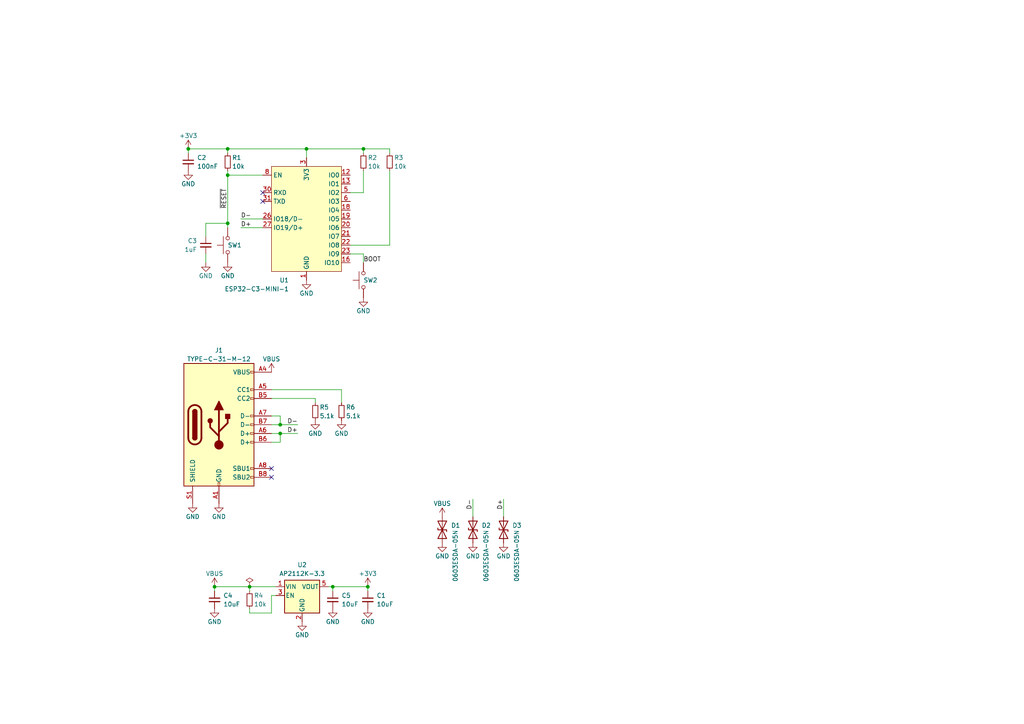
<source format=kicad_sch>
(kicad_sch (version 20211123) (generator eeschema)
  (paper "A4")
  (lib_symbols
    (symbol "Connector:USB_C_Receptacle_USB2.0" (pin_names (offset 1.016))
      (property "Reference" "J" (at -10.16 19.05 0))
      (property "Value" "USB_C_Receptacle_USB2.0" (at 19.05 19.05 0))
      (symbol "USB_C_Receptacle_USB2.0_0_0"
        (rectangle (start -0.254 -17.78) (end 0.254 -16.764))
        (rectangle (start 10.16 -14.986) (end 9.144 -15.494))
        (rectangle (start 10.16 -12.446) (end 9.144 -12.954))
        (rectangle (start 10.16 -4.826) (end 9.144 -5.334))
        (rectangle (start 10.16 -2.286) (end 9.144 -2.794))
        (rectangle (start 10.16 0.254) (end 9.144 -0.254))
        (rectangle (start 10.16 2.794) (end 9.144 2.286))
        (rectangle (start 10.16 7.874) (end 9.144 7.366))
        (rectangle (start 10.16 10.414) (end 9.144 9.906))
        (rectangle (start 10.16 15.494) (end 9.144 14.986))
      )
      (symbol "USB_C_Receptacle_USB2.0_0_1"
        (rectangle (start -10.16 17.78) (end 10.16 -17.78) (stroke (width 0.254)) (fill (type background)))
        (arc (start -8.89 -3.81) (mid -6.985 -5.715) (end -5.08 -3.81) (stroke (width 0.508)))
        (arc (start -7.62 -3.81) (mid -6.985 -4.445) (end -6.35 -3.81) (stroke (width 0.254)))
        (arc (start -7.62 -3.81) (mid -6.985 -4.445) (end -6.35 -3.81) (stroke (width 0.254)) (fill (type outline)))
        (rectangle (start -7.62 -3.81) (end -6.35 3.81) (stroke (width 0.254)) (fill (type outline)))
        (arc (start -6.35 3.81) (mid -6.985 4.445) (end -7.62 3.81) (stroke (width 0.254)))
        (arc (start -6.35 3.81) (mid -6.985 4.445) (end -7.62 3.81) (stroke (width 0.254)) (fill (type outline)))
        (arc (start -5.08 3.81) (mid -6.985 5.715) (end -8.89 3.81) (stroke (width 0.508)))
        (circle (center -2.54 1.143) (radius 0.635) (stroke (width 0.254)) (fill (type outline)))
        (circle (center 0 -5.842) (radius 1.27) (fill (type outline)))
        (polyline (pts (xy -8.89 -3.81) (xy -8.89 3.81)) (stroke (width 0.508)))
        (polyline (pts (xy -5.08 3.81) (xy -5.08 -3.81)) (stroke (width 0.508)))
        (polyline (pts (xy 0 -5.842) (xy 0 4.318)) (stroke (width 0.508)))
        (polyline (pts (xy 0 -3.302) (xy -2.54 -0.762) (xy -2.54 0.508)) (stroke (width 0.508)))
        (polyline (pts (xy 0 -2.032) (xy 2.54 0.508) (xy 2.54 1.778)) (stroke (width 0.508)))
        (polyline (pts (xy -1.27 4.318) (xy 0 6.858) (xy 1.27 4.318) (xy -1.27 4.318)) (stroke (width 0.254)) (fill (type outline)))
        (rectangle (start 1.905 1.778) (end 3.175 3.048) (stroke (width 0.254)) (fill (type outline)))
      )
      (symbol "USB_C_Receptacle_USB2.0_1_1"
        (pin passive line (at 0 -22.86 90) (length 5.08) (name "GND") (number "A1"))
        (pin passive line (at 0 -22.86 90) (length 5.08) hide (name "GND") (number "A12"))
        (pin passive line (at 15.24 15.24 180) (length 5.08) (name "VBUS") (number "A4"))
        (pin bidirectional line (at 15.24 10.16 180) (length 5.08) (name "CC1") (number "A5"))
        (pin bidirectional line (at 15.24 -2.54 180) (length 5.08) (name "D+") (number "A6"))
        (pin bidirectional line (at 15.24 2.54 180) (length 5.08) (name "D-") (number "A7"))
        (pin bidirectional line (at 15.24 -12.7 180) (length 5.08) (name "SBU1") (number "A8"))
        (pin passive line (at 15.24 15.24 180) (length 5.08) hide (name "VBUS") (number "A9"))
        (pin passive line (at 0 -22.86 90) (length 5.08) hide (name "GND") (number "B1"))
        (pin passive line (at 0 -22.86 90) (length 5.08) hide (name "GND") (number "B12"))
        (pin passive line (at 15.24 15.24 180) (length 5.08) hide (name "VBUS") (number "B4"))
        (pin bidirectional line (at 15.24 7.62 180) (length 5.08) (name "CC2") (number "B5"))
        (pin bidirectional line (at 15.24 -5.08 180) (length 5.08) (name "D+") (number "B6"))
        (pin bidirectional line (at 15.24 0 180) (length 5.08) (name "D-") (number "B7"))
        (pin bidirectional line (at 15.24 -15.24 180) (length 5.08) (name "SBU2") (number "B8"))
        (pin passive line (at 15.24 15.24 180) (length 5.08) hide (name "VBUS") (number "B9"))
        (pin passive line (at -7.62 -22.86 90) (length 5.08) (name "SHIELD") (number "S1"))
      )
    )
    (symbol "Device:C_Small" (pin_numbers hide) (pin_names (offset 0.254) hide)
      (property "Reference" "C" (at 0.254 1.778 0))
      (property "Value" "C_Small" (at 0.254 -2.032 0))
      (symbol "C_Small_0_1"
        (polyline (pts (xy -1.524 -0.508) (xy 1.524 -0.508)) (stroke (width 0.3302)))
        (polyline (pts (xy -1.524 0.508) (xy 1.524 0.508)) (stroke (width 0.3048)))
      )
      (symbol "C_Small_1_1"
        (pin passive line (at 0 2.54 270) (length 2.032) (name "~") (number "1"))
        (pin passive line (at 0 -2.54 90) (length 2.032) (name "~") (number "2"))
      )
    )
    (symbol "Device:D_TVS" (pin_numbers hide) (pin_names (offset 1.016) hide)
      (property "Reference" "D" (at 0 2.54 0))
      (property "Value" "D_TVS" (at 0 -2.54 0))
      (symbol "D_TVS_0_1"
        (polyline (pts (xy 1.27 0) (xy -1.27 0)))
        (polyline (pts (xy 0.508 1.27) (xy 0 1.27) (xy 0 -1.27) (xy -0.508 -1.27)) (stroke (width 0.254)))
        (polyline (pts (xy -2.54 1.27) (xy -2.54 -1.27) (xy 2.54 1.27) (xy 2.54 -1.27) (xy -2.54 1.27)) (stroke (width 0.254)))
      )
      (symbol "D_TVS_1_1"
        (pin passive line (at -3.81 0 0) (length 2.54) (name "A1") (number "1"))
        (pin passive line (at 3.81 0 180) (length 2.54) (name "A2") (number "2"))
      )
    )
    (symbol "Device:R_Small" (pin_numbers hide) (pin_names (offset 0.254) hide)
      (property "Reference" "R" (at 0.762 0.508 0))
      (property "Value" "R_Small" (at 0.762 -1.016 0))
      (symbol "R_Small_0_1"
        (rectangle (start -0.762 1.778) (end 0.762 -1.778) (stroke (width 0.2032)))
      )
      (symbol "R_Small_1_1"
        (pin passive line (at 0 2.54 270) (length 0.762) (name "~") (number "1"))
        (pin passive line (at 0 -2.54 90) (length 0.762) (name "~") (number "2"))
      )
    )
    (symbol "Regulator_Linear:AP2112K-3.3" (pin_names (offset 0.254))
      (property "Reference" "U" (at -5.08 5.715 0))
      (property "Value" "AP2112K-3.3" (at 0 5.715 0))
      (symbol "AP2112K-3.3_0_1"
        (rectangle (start -5.08 4.445) (end 5.08 -5.08) (stroke (width 0.254)) (fill (type background)))
      )
      (symbol "AP2112K-3.3_1_1"
        (pin power_in line (at -7.62 2.54 0) (length 2.54) (name "VIN") (number "1"))
        (pin power_in line (at 0 -7.62 90) (length 2.54) (name "GND") (number "2"))
        (pin input line (at -7.62 0 0) (length 2.54) (name "EN") (number "3"))
        (pin no_connect line (at 5.08 0 180) (length 2.54) hide (name "NC") (number "4"))
        (pin power_out line (at 7.62 2.54 180) (length 2.54) (name "VOUT") (number "5"))
      )
    )
    (symbol "Switch:SW_Push" (pin_numbers hide) (pin_names (offset 1.016) hide)
      (property "Reference" "SW" (at 1.27 2.54 0))
      (property "Value" "SW_Push" (at 0 -1.524 0))
      (symbol "SW_Push_0_1"
        (circle (center -2.032 0) (radius 0.508))
        (polyline (pts (xy 0 1.27) (xy 0 3.048)))
        (polyline (pts (xy 2.54 1.27) (xy -2.54 1.27)))
        (circle (center 2.032 0) (radius 0.508))
        (pin passive line (at -5.08 0 0) (length 2.54) (name "1") (number "1"))
        (pin passive line (at 5.08 0 180) (length 2.54) (name "2") (number "2"))
      )
    )
    (symbol "plens-01:ESP32-C3-MINI-1"
      (property "Reference" "U" (at -8.89 16.51 0))
      (property "Value" "ESP32-C3-MINI-1" (at 1.27 16.51 0))
      (symbol "ESP32-C3-MINI-1_0_1"
        (rectangle (start -10.16 15.24) (end 10.16 -15.24) (fill (type background)))
      )
      (symbol "ESP32-C3-MINI-1_1_1"
        (pin power_in line (at 0 -17.78 90) (length 2.54) (name "GND") (number "1"))
        (pin no_connect line (at -5.08 -17.78 90) (length 2.54) hide (name "NC") (number "10"))
        (pin power_in line (at 0 -17.78 90) (length 2.54) hide (name "GND") (number "11"))
        (pin bidirectional line (at 12.7 12.7 180) (length 2.54) (name "IO0") (number "12"))
        (pin bidirectional line (at 12.7 10.16 180) (length 2.54) (name "IO1") (number "13"))
        (pin power_in line (at 0 -17.78 90) (length 2.54) hide (name "GND") (number "14"))
        (pin no_connect line (at -5.08 -17.78 90) (length 2.54) hide (name "NC") (number "15"))
        (pin bidirectional line (at 12.7 -12.7 180) (length 2.54) (name "IO10") (number "16"))
        (pin no_connect line (at -5.08 -17.78 90) (length 2.54) hide (name "NC") (number "17"))
        (pin bidirectional line (at 12.7 2.54 180) (length 2.54) (name "IO4") (number "18"))
        (pin bidirectional line (at 12.7 0 180) (length 2.54) (name "IO5") (number "19"))
        (pin power_in line (at 0 -17.78 90) (length 2.54) hide (name "GND") (number "2"))
        (pin bidirectional line (at 12.7 -2.54 180) (length 2.54) (name "IO6") (number "20"))
        (pin bidirectional line (at 12.7 -5.08 180) (length 2.54) (name "IO7") (number "21"))
        (pin bidirectional line (at 12.7 -7.62 180) (length 2.54) (name "IO8") (number "22"))
        (pin bidirectional line (at 12.7 -10.16 180) (length 2.54) (name "IO9") (number "23"))
        (pin no_connect line (at -5.08 -17.78 90) (length 2.54) hide (name "NC") (number "24"))
        (pin no_connect line (at -5.08 -17.78 90) (length 2.54) hide (name "NC") (number "25"))
        (pin bidirectional line (at -12.7 0 0) (length 2.54) (name "IO18/D-") (number "26"))
        (pin bidirectional line (at -12.7 -2.54 0) (length 2.54) (name "IO19/D+") (number "27"))
        (pin no_connect line (at -5.08 -17.78 90) (length 2.54) hide (name "NC") (number "28"))
        (pin no_connect line (at -5.08 -17.78 90) (length 2.54) hide (name "NC") (number "29"))
        (pin power_in line (at 0 17.78 270) (length 2.54) (name "3V3") (number "3"))
        (pin bidirectional line (at -12.7 7.62 0) (length 2.54) (name "RXD") (number "30"))
        (pin bidirectional line (at -12.7 5.08 0) (length 2.54) (name "TXD") (number "31"))
        (pin no_connect line (at -5.08 -17.78 90) (length 2.54) hide (name "NC") (number "32"))
        (pin no_connect line (at -5.08 -17.78 90) (length 2.54) hide (name "NC") (number "33"))
        (pin no_connect line (at -5.08 -17.78 90) (length 2.54) hide (name "NC") (number "34"))
        (pin no_connect line (at -5.08 -17.78 90) (length 2.54) hide (name "NC") (number "35"))
        (pin power_in line (at 0 -17.78 90) (length 2.54) hide (name "GND") (number "36"))
        (pin power_in line (at 0 -17.78 90) (length 2.54) hide (name "GND") (number "37"))
        (pin power_in line (at 0 -17.78 90) (length 2.54) hide (name "GND") (number "38"))
        (pin power_in line (at 0 -17.78 90) (length 2.54) hide (name "GND") (number "39"))
        (pin no_connect line (at -5.08 -17.78 90) (length 2.54) hide (name "NC") (number "4"))
        (pin power_in line (at 0 -17.78 90) (length 2.54) hide (name "GND") (number "40"))
        (pin power_in line (at 0 -17.78 90) (length 2.54) hide (name "GND") (number "41"))
        (pin power_in line (at 0 -17.78 90) (length 2.54) hide (name "GND") (number "42"))
        (pin power_in line (at 0 -17.78 90) (length 2.54) hide (name "GND") (number "43"))
        (pin power_in line (at 0 -17.78 90) (length 2.54) hide (name "GND") (number "44"))
        (pin power_in line (at 0 -17.78 90) (length 2.54) hide (name "GND") (number "45"))
        (pin power_in line (at 0 -17.78 90) (length 2.54) hide (name "GND") (number "46"))
        (pin power_in line (at 0 -17.78 90) (length 2.54) hide (name "GND") (number "47"))
        (pin power_in line (at 0 -17.78 90) (length 2.54) hide (name "GND") (number "48"))
        (pin power_in line (at 0 -17.78 90) (length 2.54) hide (name "GND") (number "49"))
        (pin bidirectional line (at 12.7 7.62 180) (length 2.54) (name "IO2") (number "5"))
        (pin power_in line (at 0 -17.78 90) (length 2.54) hide (name "GND") (number "50"))
        (pin power_in line (at 0 -17.78 90) (length 2.54) hide (name "GND") (number "51"))
        (pin power_in line (at 0 -17.78 90) (length 2.54) hide (name "GND") (number "52"))
        (pin power_in line (at 0 -17.78 90) (length 2.54) hide (name "GND") (number "53"))
        (pin bidirectional line (at 12.7 5.08 180) (length 2.54) (name "IO3") (number "6"))
        (pin no_connect line (at -5.08 -17.78 90) (length 2.54) hide (name "NC") (number "7"))
        (pin input line (at -12.7 12.7 0) (length 2.54) (name "EN") (number "8"))
        (pin no_connect line (at -5.08 -17.78 90) (length 2.54) hide (name "NC") (number "9"))
      )
    )
    (symbol "power:+3.3V" (power) (pin_names (offset 0))
      (property "Value" "+3.3V" (at 0 3.556 0))
      (symbol "+3.3V_0_1"
        (polyline (pts (xy -0.762 1.27) (xy 0 2.54)))
        (polyline (pts (xy 0 0) (xy 0 2.54)))
        (polyline (pts (xy 0 2.54) (xy 0.762 1.27)))
      )
      (symbol "+3.3V_1_1"
        (pin power_in line (at 0 0 90) (length 0) hide (name "+3V3") (number "1"))
      )
    )
    (symbol "power:GND" (power) (pin_names (offset 0))
      (property "Value" "GND" (at 0 -3.81 0))
      (symbol "GND_0_1"
        (polyline (pts (xy 0 0) (xy 0 -1.27) (xy 1.27 -1.27) (xy 0 -2.54) (xy -1.27 -1.27) (xy 0 -1.27)))
      )
      (symbol "GND_1_1"
        (pin power_in line (at 0 0 270) (length 0) hide (name "GND") (number "1"))
      )
    )
    (symbol "power:PWR_FLAG" (power) (pin_numbers hide) (pin_names (offset 0) hide)
      (property "Value" "PWR_FLAG" (at 0 3.81 0))
      (symbol "PWR_FLAG_0_0"
        (pin power_out line (at 0 0 90) (length 0) (name "pwr") (number "1"))
      )
      (symbol "PWR_FLAG_0_1"
        (polyline (pts (xy 0 0) (xy 0 1.27) (xy -1.016 1.905) (xy 0 2.54) (xy 1.016 1.905) (xy 0 1.27)))
      )
    )
    (symbol "power:VBUS" (power) (pin_names (offset 0))
      (property "Value" "VBUS" (at 0 3.81 0))
      (symbol "VBUS_0_1"
        (polyline (pts (xy -0.762 1.27) (xy 0 2.54)))
        (polyline (pts (xy 0 0) (xy 0 2.54)))
        (polyline (pts (xy 0 2.54) (xy 0.762 1.27)))
      )
      (symbol "VBUS_1_1"
        (pin power_in line (at 0 0 90) (length 0) hide (name "VBUS") (number "1"))
      )
    )
  )
  (junction (at 66.04 43.18))
  (junction (at 54.61 43.18))
  (junction (at 66.04 50.8))
  (junction (at 96.52 170.18))
  (junction (at 106.68 170.18))
  (junction (at 105.41 43.18))
  (junction (at 81.28 123.19))
  (junction (at 88.9 43.18))
  (junction (at 72.39 170.18))
  (junction (at 81.28 125.73))
  (junction (at 66.04 64.77))
  (junction (at 62.23 170.18))
  (no_connect (at 78.74 135.89))
  (no_connect (at 76.2 58.42))
  (no_connect (at 78.74 138.43))
  (no_connect (at 76.2 55.88))
  (wire (pts (xy 66.04 49.53) (xy 66.04 50.8)))
  (wire (pts (xy 72.39 170.18) (xy 80.01 170.18)))
  (wire (pts (xy 91.44 115.57) (xy 91.44 116.84)))
  (wire (pts (xy 69.85 63.5) (xy 76.2 63.5)))
  (wire (pts (xy 59.69 64.77) (xy 66.04 64.77)))
  (wire (pts (xy 78.74 120.65) (xy 81.28 120.65)))
  (wire (pts (xy 105.41 49.53) (xy 105.41 55.88)))
  (wire (pts (xy 99.06 113.03) (xy 99.06 116.84)))
  (wire (pts (xy 81.28 120.65) (xy 81.28 123.19)))
  (wire (pts (xy 78.74 113.03) (xy 99.06 113.03)))
  (wire (pts (xy 66.04 43.18) (xy 88.9 43.18)))
  (wire (pts (xy 88.9 43.18) (xy 88.9 45.72)))
  (wire (pts (xy 59.69 76.2) (xy 59.69 73.66)))
  (wire (pts (xy 105.41 55.88) (xy 101.6 55.88)))
  (wire (pts (xy 113.03 43.18) (xy 105.41 43.18)))
  (wire (pts (xy 81.28 125.73) (xy 86.36 125.73)))
  (wire (pts (xy 96.52 170.18) (xy 96.52 171.45)))
  (wire (pts (xy 96.52 170.18) (xy 106.68 170.18)))
  (wire (pts (xy 78.74 128.27) (xy 81.28 128.27)))
  (wire (pts (xy 81.28 123.19) (xy 86.36 123.19)))
  (wire (pts (xy 72.39 176.53) (xy 72.39 177.8)))
  (wire (pts (xy 66.04 44.45) (xy 66.04 43.18)))
  (wire (pts (xy 78.74 125.73) (xy 81.28 125.73)))
  (wire (pts (xy 105.41 44.45) (xy 105.41 43.18)))
  (wire (pts (xy 113.03 49.53) (xy 113.03 71.12)))
  (wire (pts (xy 146.05 144.78) (xy 146.05 149.86)))
  (wire (pts (xy 72.39 170.18) (xy 72.39 171.45)))
  (wire (pts (xy 72.39 177.8) (xy 78.74 177.8)))
  (wire (pts (xy 66.04 50.8) (xy 66.04 64.77)))
  (wire (pts (xy 62.23 171.45) (xy 62.23 170.18)))
  (wire (pts (xy 54.61 44.45) (xy 54.61 43.18)))
  (wire (pts (xy 106.68 170.18) (xy 106.68 171.45)))
  (wire (pts (xy 113.03 44.45) (xy 113.03 43.18)))
  (wire (pts (xy 62.23 170.18) (xy 72.39 170.18)))
  (wire (pts (xy 137.16 144.78) (xy 137.16 149.86)))
  (wire (pts (xy 105.41 73.66) (xy 105.41 76.2)))
  (wire (pts (xy 54.61 43.18) (xy 66.04 43.18)))
  (wire (pts (xy 101.6 73.66) (xy 105.41 73.66)))
  (wire (pts (xy 105.41 43.18) (xy 88.9 43.18)))
  (wire (pts (xy 78.74 177.8) (xy 78.74 172.72)))
  (wire (pts (xy 113.03 71.12) (xy 101.6 71.12)))
  (wire (pts (xy 69.85 66.04) (xy 76.2 66.04)))
  (wire (pts (xy 78.74 172.72) (xy 80.01 172.72)))
  (wire (pts (xy 95.25 170.18) (xy 96.52 170.18)))
  (wire (pts (xy 66.04 64.77) (xy 66.04 66.04)))
  (wire (pts (xy 66.04 50.8) (xy 76.2 50.8)))
  (wire (pts (xy 59.69 68.58) (xy 59.69 64.77)))
  (wire (pts (xy 78.74 123.19) (xy 81.28 123.19)))
  (wire (pts (xy 78.74 115.57) (xy 91.44 115.57)))
  (wire (pts (xy 81.28 125.73) (xy 81.28 128.27)))
  (label "~{RESET}" (at 66.04 54.61 270))
  (label "D-" (at 69.85 63.5 0))
  (label "BOOT" (at 105.41 76.2 0))
  (label "D-" (at 86.36 123.19 180))
  (label "D-" (at 137.16 144.78 270))
  (label "D+" (at 86.36 125.73 180))
  (label "D+" (at 69.85 66.04 0))
  (label "D+" (at 146.05 144.78 270))
  (symbol (lib_id "Device:R_Small") (at 91.44 119.38 0) (unit 1)
    (property "Reference" "R5" (at 92.71 118.11 0) (effects (justify left)))
    (property "Value" "5.1k" (at 92.71 120.65 0) (effects (justify left)))
    (property "Footprint" "Resistor_SMD:R_0603_1608Metric" (effects hide))
    (property "LCSC" "C23186" (effects hide))
  )
  (symbol (lib_id "Device:R_Small") (at 113.03 46.99 0) (unit 1)
    (property "Reference" "R3" (at 114.3 45.72 0) (effects (justify left)))
    (property "Value" "10k" (at 114.3 48.26 0) (effects (justify left)))
    (property "Footprint" "Resistor_SMD:R_0603_1608Metric" (effects hide))
    (property "LCSC" "C25804" (effects hide))
  )
  (symbol (lib_id "Device:R_Small") (at 72.39 173.99 0) (unit 1)
    (property "Reference" "R4" (at 73.66 172.72 0) (effects (justify left)))
    (property "Value" "10k" (at 73.66 175.26 0) (effects (justify left)))
    (property "Footprint" "Resistor_SMD:R_0603_1608Metric" (effects hide))
    (property "LCSC" "C25804" (effects hide))
  )
  (symbol (lib_id "Device:R_Small") (at 99.06 119.38 0) (unit 1)
    (property "Reference" "R6" (at 100.33 118.11 0) (effects (justify left)))
    (property "Value" "5.1k" (at 100.33 120.65 0) (effects (justify left)))
    (property "Footprint" "Resistor_SMD:R_0603_1608Metric" (effects hide))
    (property "LCSC" "C23186" (effects hide))
  )
  (symbol (lib_id "power:GND") (at 96.52 176.53 0) (unit 1)
    (property "Reference" "#PWR0120" (effects hide))
    (property "Value" "GND" (at 96.52 180.34 0))
  )
  (symbol (lib_id "power:GND") (at 63.5 146.05 0) (unit 1)
    (property "Reference" "#PWR0107" (effects hide))
    (property "Value" "GND" (at 63.5 149.86 0))
  )
  (symbol (lib_id "Device:C_Small") (at 106.68 173.99 0) (unit 1)
    (property "Reference" "C1" (at 109.22 172.7262 0) (effects (justify left)))
    (property "Value" "10uF" (at 109.22 175.2662 0) (effects (justify left)))
    (property "Footprint" "Capacitor_SMD:C_1206_3216Metric" (effects hide))
    (property "LCSC" "C13585" (effects hide))
  )
  (symbol (lib_id "Device:C_Small") (at 96.52 173.99 0) (unit 1)
    (property "Reference" "C5" (at 99.06 172.7262 0) (effects (justify left)))
    (property "Value" "10uF" (at 99.06 175.2662 0) (effects (justify left)))
    (property "Footprint" "Capacitor_SMD:C_1206_3216Metric" (effects hide))
    (property "LCSC" "C13585" (effects hide))
  )
  (symbol (lib_id "power:GND") (at 66.04 76.2 0) (unit 1)
    (property "Reference" "#PWR0101" (effects hide))
    (property "Value" "GND" (at 66.04 80.01 0))
  )
  (symbol (lib_id "power:GND") (at 105.41 86.36 0) (unit 1)
    (property "Reference" "#PWR0105" (effects hide))
    (property "Value" "GND" (at 105.41 90.17 0))
  )
  (symbol (lib_id "power:GND") (at 87.63 180.34 0) (unit 1)
    (property "Reference" "#PWR0121" (effects hide))
    (property "Value" "GND" (at 87.63 184.15 0))
  )
  (symbol (lib_id "plens-01:ESP32-C3-MINI-1") (at 88.9 63.5 0) (unit 1)
    (property "Reference" "U1" (at 83.82 81.28 0) (effects (justify right)))
    (property "Value" "ESP32-C3-MINI-1" (at 83.82 83.82 0) (effects (justify right)))
    (property "Footprint" "Package_SO:MSOP-10_3x3mm_P0.5mm" (effects hide))
    (property "Datasheet" "https://www.espressif.com/sites/default/files/documentation/esp32-c3-mini-1_datasheet_en.pdf" (effects hide))
    (property "LCSC" "C2838502" (effects hide))
  )
  (symbol (lib_id "power:GND") (at 99.06 121.92 0) (unit 1)
    (property "Reference" "#PWR0111" (effects hide))
    (property "Value" "GND" (at 99.06 125.73 0))
  )
  (symbol (lib_id "Device:C_Small") (at 59.69 71.12 0) (unit 1)
    (property "Reference" "C3" (at 57.15 69.85 0) (effects (justify right)))
    (property "Value" "1uF" (at 57.15 72.39 0) (effects (justify right)))
    (property "Footprint" "Capacitor_SMD:C_0805_2012Metric" (effects hide))
    (property "LCSC" "C28323" (effects hide))
  )
  (symbol (lib_id "power:GND") (at 62.23 176.53 0) (unit 1)
    (property "Reference" "#PWR0114" (effects hide))
    (property "Value" "GND" (at 62.23 180.34 0))
  )
  (symbol (lib_id "power:PWR_FLAG") (at 72.39 170.18 0) (unit 1)
    (property "Reference" "#FLG0101" (effects hide))
    (property "Value" "PWR_FLAG" (effects hide))
  )
  (symbol (lib_id "power:VBUS") (at 128.27 149.86 0) (unit 1)
    (property "Reference" "#PWR0119" (effects hide))
    (property "Value" "VBUS" (at 128.27 146.05 0))
  )
  (symbol (lib_id "Switch:SW_Push") (at 105.41 81.28 90) (unit 1)
    (property "Reference" "SW2" (at 105.41 81.28 90) (effects (justify right)))
    (property "Value" "SKRK" (effects hide))
    (property "Footprint" "Button_Switch_SMD:SW_Push_SPST_NO_Alps_SKRK" (effects hide))
    (property "LCSC" "C202388" (effects hide))
  )
  (symbol (lib_id "Device:D_TVS") (at 137.16 153.67 270) (unit 1)
    (property "Reference" "D2" (at 139.7 152.3999 90) (effects (justify left)))
    (property "Value" "0603ESDA-05N" (at 140.97 153.67 0) (effects (justify left)))
    (property "Footprint" "Diode_SMD:D_0603_1608Metric" (effects hide))
    (property "LCSC" "C316054" (effects hide))
  )
  (symbol (lib_id "Regulator_Linear:AP2112K-3.3") (at 87.63 172.72 0) (unit 1)
    (property "Reference" "U2" (at 87.63 163.83 0))
    (property "Value" "AP2112K-3.3" (at 87.63 166.37 0))
    (property "Footprint" "Package_TO_SOT_SMD:SOT-23-5" (effects hide))
    (property "Datasheet" "https://www.diodes.com/assets/Datasheets/AP2112.pdf" (effects hide))
    (property "LCSC" "C51118" (effects hide))
  )
  (symbol (lib_id "Device:R_Small") (at 105.41 46.99 0) (unit 1)
    (property "Reference" "R2" (at 106.68 45.72 0) (effects (justify left)))
    (property "Value" "10k" (at 106.68 48.26 0) (effects (justify left)))
    (property "Footprint" "Resistor_SMD:R_0603_1608Metric" (effects hide))
    (property "LCSC" "C25804" (effects hide))
  )
  (symbol (lib_id "power:GND") (at 54.61 49.53 0) (unit 1)
    (property "Reference" "#PWR0104" (effects hide))
    (property "Value" "GND" (at 54.61 53.34 0))
  )
  (symbol (lib_id "power:GND") (at 91.44 121.92 0) (unit 1)
    (property "Reference" "#PWR0110" (effects hide))
    (property "Value" "GND" (at 91.44 125.73 0))
  )
  (symbol (lib_id "Device:D_TVS") (at 128.27 153.67 270) (unit 1)
    (property "Reference" "D1" (at 130.81 152.3999 90) (effects (justify left)))
    (property "Value" "0603ESDA-05N" (at 132.08 153.67 0) (effects (justify left)))
    (property "Footprint" "Diode_SMD:D_0603_1608Metric" (effects hide))
    (property "LCSC" "C316054" (effects hide))
  )
  (symbol (lib_id "power:GND") (at 137.16 157.48 0) (unit 1)
    (property "Reference" "#PWR0116" (effects hide))
    (property "Value" "GND" (at 137.16 161.29 0))
  )
  (symbol (lib_id "power:GND") (at 106.68 176.53 0) (unit 1)
    (property "Reference" "#PWR0112" (effects hide))
    (property "Value" "GND" (at 106.68 180.34 0))
  )
  (symbol (lib_id "power:+3.3V") (at 106.68 170.18 0) (unit 1)
    (property "Reference" "#PWR0113" (effects hide))
    (property "Value" "+3.3V" (at 106.68 166.37 0))
  )
  (symbol (lib_id "power:GND") (at 55.88 146.05 0) (unit 1)
    (property "Reference" "#PWR0109" (effects hide))
    (property "Value" "GND" (at 55.88 149.86 0))
  )
  (symbol (lib_id "Switch:SW_Push") (at 66.04 71.12 90) (unit 1)
    (property "Reference" "SW1" (at 66.04 71.12 90) (effects (justify right)))
    (property "Value" "SKRK" (effects hide))
    (property "Footprint" "Button_Switch_SMD:SW_Push_SPST_NO_Alps_SKRK" (effects hide))
    (property "LCSC" "C202388" (effects hide))
  )
  (symbol (lib_id "power:GND") (at 59.69 76.2 0) (unit 1)
    (property "Reference" "#PWR0102" (effects hide))
    (property "Value" "GND" (at 59.69 80.01 0))
  )
  (symbol (lib_id "power:GND") (at 146.05 157.48 0) (unit 1)
    (property "Reference" "#PWR0118" (effects hide))
    (property "Value" "GND" (at 146.05 161.29 0))
  )
  (symbol (lib_id "Device:R_Small") (at 66.04 46.99 0) (unit 1)
    (property "Reference" "R1" (at 67.31 45.72 0) (effects (justify left)))
    (property "Value" "10k" (at 67.31 48.26 0) (effects (justify left)))
    (property "Footprint" "Resistor_SMD:R_0603_1608Metric" (effects hide))
    (property "LCSC" "C25804" (effects hide))
  )
  (symbol (lib_id "power:GND") (at 88.9 81.28 0) (unit 1)
    (property "Reference" "#PWR0106" (effects hide))
    (property "Value" "GND" (at 88.9 85.09 0))
  )
  (symbol (lib_id "power:VBUS") (at 62.23 170.18 0) (unit 1)
    (property "Reference" "#PWR0115" (effects hide))
    (property "Value" "VBUS" (at 62.23 166.37 0))
  )
  (symbol (lib_id "power:GND") (at 128.27 157.48 0) (unit 1)
    (property "Reference" "#PWR0117" (effects hide))
    (property "Value" "GND" (at 128.27 161.29 0))
  )
  (symbol (lib_id "Device:C_Small") (at 54.61 46.99 0) (unit 1)
    (property "Reference" "C2" (at 57.15 45.7262 0) (effects (justify left)))
    (property "Value" "100nF" (at 57.15 48.2662 0) (effects (justify left)))
    (property "Footprint" "Capacitor_SMD:C_0603_1608Metric" (effects hide))
    (property "LCSC" "C14663" (effects hide))
  )
  (symbol (lib_id "power:VBUS") (at 78.74 107.95 0) (unit 1)
    (property "Reference" "#PWR0108" (effects hide))
    (property "Value" "VBUS" (at 78.74 104.14 0))
  )
  (symbol (lib_id "Device:D_TVS") (at 146.05 153.67 270) (unit 1)
    (property "Reference" "D3" (at 148.59 152.3999 90) (effects (justify left)))
    (property "Value" "0603ESDA-05N" (at 149.86 153.67 0) (effects (justify left)))
    (property "Footprint" "Diode_SMD:D_0603_1608Metric" (effects hide))
    (property "LCSC" "C316054" (effects hide))
  )
  (symbol (lib_id "Connector:USB_C_Receptacle_USB2.0") (at 63.5 123.19 0) (unit 1)
    (property "Reference" "J1" (at 63.5 101.6 0))
    (property "Value" "TYPE-C-31-M-12" (at 63.5 104.14 0))
    (property "Footprint" "Connector_USB:USB_C_Receptacle_HRO_TYPE-C-31-M-12" (effects hide))
    (property "Datasheet" "https://www.usb.org/sites/default/files/documents/usb_type-c.zip" (effects hide))
    (property "LCSC" "C165948" (effects hide))
  )
  (symbol (lib_id "Device:C_Small") (at 62.23 173.99 0) (unit 1)
    (property "Reference" "C4" (at 64.77 172.7262 0) (effects (justify left)))
    (property "Value" "10uF" (at 64.77 175.2662 0) (effects (justify left)))
    (property "Footprint" "Capacitor_SMD:C_1206_3216Metric" (effects hide))
    (property "LCSC" "C13585" (effects hide))
  )
  (symbol (lib_id "power:+3.3V") (at 54.61 43.18 0) (unit 1)
    (property "Reference" "#PWR0103" (effects hide))
    (property "Value" "+3.3V" (at 54.61 39.37 0))
  )
)
</source>
